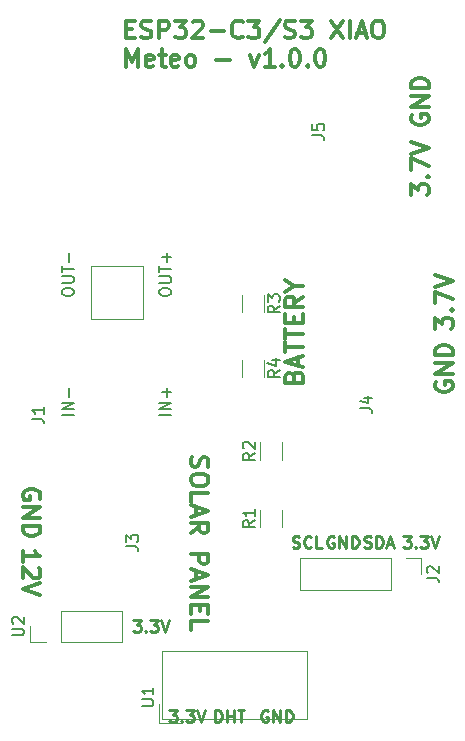
<source format=gbr>
%TF.GenerationSoftware,KiCad,Pcbnew,(6.0.6-0)*%
%TF.CreationDate,2025-06-22T16:04:58+02:00*%
%TF.ProjectId,meteo,6d657465-6f2e-46b6-9963-61645f706362,rev?*%
%TF.SameCoordinates,Original*%
%TF.FileFunction,Legend,Top*%
%TF.FilePolarity,Positive*%
%FSLAX46Y46*%
G04 Gerber Fmt 4.6, Leading zero omitted, Abs format (unit mm)*
G04 Created by KiCad (PCBNEW (6.0.6-0)) date 2025-06-22 16:04:58*
%MOMM*%
%LPD*%
G01*
G04 APERTURE LIST*
%ADD10C,0.300000*%
%ADD11C,0.250000*%
%ADD12C,0.150000*%
%ADD13C,0.120000*%
G04 APERTURE END LIST*
D10*
X227850000Y-40512857D02*
X227778571Y-40655714D01*
X227778571Y-40870000D01*
X227850000Y-41084285D01*
X227992857Y-41227142D01*
X228135714Y-41298571D01*
X228421428Y-41370000D01*
X228635714Y-41370000D01*
X228921428Y-41298571D01*
X229064285Y-41227142D01*
X229207142Y-41084285D01*
X229278571Y-40870000D01*
X229278571Y-40727142D01*
X229207142Y-40512857D01*
X229135714Y-40441428D01*
X228635714Y-40441428D01*
X228635714Y-40727142D01*
X229278571Y-39798571D02*
X227778571Y-39798571D01*
X229278571Y-38941428D01*
X227778571Y-38941428D01*
X229278571Y-38227142D02*
X227778571Y-38227142D01*
X227778571Y-37870000D01*
X227850000Y-37655714D01*
X227992857Y-37512857D01*
X228135714Y-37441428D01*
X228421428Y-37370000D01*
X228635714Y-37370000D01*
X228921428Y-37441428D01*
X229064285Y-37512857D01*
X229207142Y-37655714D01*
X229278571Y-37870000D01*
X229278571Y-38227142D01*
X227778571Y-47299285D02*
X227778571Y-46370714D01*
X228350000Y-46870714D01*
X228350000Y-46656428D01*
X228421428Y-46513571D01*
X228492857Y-46442142D01*
X228635714Y-46370714D01*
X228992857Y-46370714D01*
X229135714Y-46442142D01*
X229207142Y-46513571D01*
X229278571Y-46656428D01*
X229278571Y-47085000D01*
X229207142Y-47227857D01*
X229135714Y-47299285D01*
X229135714Y-45727857D02*
X229207142Y-45656428D01*
X229278571Y-45727857D01*
X229207142Y-45799285D01*
X229135714Y-45727857D01*
X229278571Y-45727857D01*
X227778571Y-45156428D02*
X227778571Y-44156428D01*
X229278571Y-44799285D01*
X227778571Y-43799285D02*
X229278571Y-43299285D01*
X227778571Y-42799285D01*
X217824857Y-62678000D02*
X217896285Y-62463714D01*
X217967714Y-62392285D01*
X218110571Y-62320857D01*
X218324857Y-62320857D01*
X218467714Y-62392285D01*
X218539142Y-62463714D01*
X218610571Y-62606571D01*
X218610571Y-63178000D01*
X217110571Y-63178000D01*
X217110571Y-62678000D01*
X217182000Y-62535142D01*
X217253428Y-62463714D01*
X217396285Y-62392285D01*
X217539142Y-62392285D01*
X217682000Y-62463714D01*
X217753428Y-62535142D01*
X217824857Y-62678000D01*
X217824857Y-63178000D01*
X218182000Y-61749428D02*
X218182000Y-61035142D01*
X218610571Y-61892285D02*
X217110571Y-61392285D01*
X218610571Y-60892285D01*
X217110571Y-60606571D02*
X217110571Y-59749428D01*
X218610571Y-60178000D02*
X217110571Y-60178000D01*
X217110571Y-59463714D02*
X217110571Y-58606571D01*
X218610571Y-59035142D02*
X217110571Y-59035142D01*
X217824857Y-58106571D02*
X217824857Y-57606571D01*
X218610571Y-57392285D02*
X218610571Y-58106571D01*
X217110571Y-58106571D01*
X217110571Y-57392285D01*
X218610571Y-55892285D02*
X217896285Y-56392285D01*
X218610571Y-56749428D02*
X217110571Y-56749428D01*
X217110571Y-56178000D01*
X217182000Y-56035142D01*
X217253428Y-55963714D01*
X217396285Y-55892285D01*
X217610571Y-55892285D01*
X217753428Y-55963714D01*
X217824857Y-56035142D01*
X217896285Y-56178000D01*
X217896285Y-56749428D01*
X217896285Y-54963714D02*
X218610571Y-54963714D01*
X217110571Y-55463714D02*
X217896285Y-54963714D01*
X217110571Y-54463714D01*
D11*
X204263809Y-83272380D02*
X204882857Y-83272380D01*
X204549523Y-83653333D01*
X204692380Y-83653333D01*
X204787619Y-83700952D01*
X204835238Y-83748571D01*
X204882857Y-83843809D01*
X204882857Y-84081904D01*
X204835238Y-84177142D01*
X204787619Y-84224761D01*
X204692380Y-84272380D01*
X204406666Y-84272380D01*
X204311428Y-84224761D01*
X204263809Y-84177142D01*
X205311428Y-84177142D02*
X205359047Y-84224761D01*
X205311428Y-84272380D01*
X205263809Y-84224761D01*
X205311428Y-84177142D01*
X205311428Y-84272380D01*
X205692380Y-83272380D02*
X206311428Y-83272380D01*
X205978095Y-83653333D01*
X206120952Y-83653333D01*
X206216190Y-83700952D01*
X206263809Y-83748571D01*
X206311428Y-83843809D01*
X206311428Y-84081904D01*
X206263809Y-84177142D01*
X206216190Y-84224761D01*
X206120952Y-84272380D01*
X205835238Y-84272380D01*
X205740000Y-84224761D01*
X205692380Y-84177142D01*
X206597142Y-83272380D02*
X206930476Y-84272380D01*
X207263809Y-83272380D01*
D10*
X229810571Y-58602285D02*
X229810571Y-57673714D01*
X230382000Y-58173714D01*
X230382000Y-57959428D01*
X230453428Y-57816571D01*
X230524857Y-57745142D01*
X230667714Y-57673714D01*
X231024857Y-57673714D01*
X231167714Y-57745142D01*
X231239142Y-57816571D01*
X231310571Y-57959428D01*
X231310571Y-58388000D01*
X231239142Y-58530857D01*
X231167714Y-58602285D01*
X231167714Y-57030857D02*
X231239142Y-56959428D01*
X231310571Y-57030857D01*
X231239142Y-57102285D01*
X231167714Y-57030857D01*
X231310571Y-57030857D01*
X229810571Y-56459428D02*
X229810571Y-55459428D01*
X231310571Y-56102285D01*
X229810571Y-55102285D02*
X231310571Y-54602285D01*
X229810571Y-54102285D01*
D11*
X211177333Y-91892380D02*
X211177333Y-90892380D01*
X211415428Y-90892380D01*
X211558285Y-90940000D01*
X211653523Y-91035238D01*
X211701142Y-91130476D01*
X211748761Y-91320952D01*
X211748761Y-91463809D01*
X211701142Y-91654285D01*
X211653523Y-91749523D01*
X211558285Y-91844761D01*
X211415428Y-91892380D01*
X211177333Y-91892380D01*
X212177333Y-91892380D02*
X212177333Y-90892380D01*
X212177333Y-91368571D02*
X212748761Y-91368571D01*
X212748761Y-91892380D02*
X212748761Y-90892380D01*
X213082095Y-90892380D02*
X213653523Y-90892380D01*
X213367809Y-91892380D02*
X213367809Y-90892380D01*
X215646095Y-90940000D02*
X215550857Y-90892380D01*
X215408000Y-90892380D01*
X215265142Y-90940000D01*
X215169904Y-91035238D01*
X215122285Y-91130476D01*
X215074666Y-91320952D01*
X215074666Y-91463809D01*
X215122285Y-91654285D01*
X215169904Y-91749523D01*
X215265142Y-91844761D01*
X215408000Y-91892380D01*
X215503238Y-91892380D01*
X215646095Y-91844761D01*
X215693714Y-91797142D01*
X215693714Y-91463809D01*
X215503238Y-91463809D01*
X216122285Y-91892380D02*
X216122285Y-90892380D01*
X216693714Y-91892380D01*
X216693714Y-90892380D01*
X217169904Y-91892380D02*
X217169904Y-90892380D01*
X217408000Y-90892380D01*
X217550857Y-90940000D01*
X217646095Y-91035238D01*
X217693714Y-91130476D01*
X217741333Y-91320952D01*
X217741333Y-91463809D01*
X217693714Y-91654285D01*
X217646095Y-91749523D01*
X217550857Y-91844761D01*
X217408000Y-91892380D01*
X217169904Y-91892380D01*
X221234095Y-76208000D02*
X221138857Y-76160380D01*
X220996000Y-76160380D01*
X220853142Y-76208000D01*
X220757904Y-76303238D01*
X220710285Y-76398476D01*
X220662666Y-76588952D01*
X220662666Y-76731809D01*
X220710285Y-76922285D01*
X220757904Y-77017523D01*
X220853142Y-77112761D01*
X220996000Y-77160380D01*
X221091238Y-77160380D01*
X221234095Y-77112761D01*
X221281714Y-77065142D01*
X221281714Y-76731809D01*
X221091238Y-76731809D01*
X221710285Y-77160380D02*
X221710285Y-76160380D01*
X222281714Y-77160380D01*
X222281714Y-76160380D01*
X222757904Y-77160380D02*
X222757904Y-76160380D01*
X222996000Y-76160380D01*
X223138857Y-76208000D01*
X223234095Y-76303238D01*
X223281714Y-76398476D01*
X223329333Y-76588952D01*
X223329333Y-76731809D01*
X223281714Y-76922285D01*
X223234095Y-77017523D01*
X223138857Y-77112761D01*
X222996000Y-77160380D01*
X222757904Y-77160380D01*
X223829714Y-77112761D02*
X223972571Y-77160380D01*
X224210666Y-77160380D01*
X224305904Y-77112761D01*
X224353523Y-77065142D01*
X224401142Y-76969904D01*
X224401142Y-76874666D01*
X224353523Y-76779428D01*
X224305904Y-76731809D01*
X224210666Y-76684190D01*
X224020190Y-76636571D01*
X223924952Y-76588952D01*
X223877333Y-76541333D01*
X223829714Y-76446095D01*
X223829714Y-76350857D01*
X223877333Y-76255619D01*
X223924952Y-76208000D01*
X224020190Y-76160380D01*
X224258285Y-76160380D01*
X224401142Y-76208000D01*
X224829714Y-77160380D02*
X224829714Y-76160380D01*
X225067809Y-76160380D01*
X225210666Y-76208000D01*
X225305904Y-76303238D01*
X225353523Y-76398476D01*
X225401142Y-76588952D01*
X225401142Y-76731809D01*
X225353523Y-76922285D01*
X225305904Y-77017523D01*
X225210666Y-77112761D01*
X225067809Y-77160380D01*
X224829714Y-77160380D01*
X225782095Y-76874666D02*
X226258285Y-76874666D01*
X225686857Y-77160380D02*
X226020190Y-76160380D01*
X226353523Y-77160380D01*
X207311809Y-90892380D02*
X207930857Y-90892380D01*
X207597523Y-91273333D01*
X207740380Y-91273333D01*
X207835619Y-91320952D01*
X207883238Y-91368571D01*
X207930857Y-91463809D01*
X207930857Y-91701904D01*
X207883238Y-91797142D01*
X207835619Y-91844761D01*
X207740380Y-91892380D01*
X207454666Y-91892380D01*
X207359428Y-91844761D01*
X207311809Y-91797142D01*
X208359428Y-91797142D02*
X208407047Y-91844761D01*
X208359428Y-91892380D01*
X208311809Y-91844761D01*
X208359428Y-91797142D01*
X208359428Y-91892380D01*
X208740380Y-90892380D02*
X209359428Y-90892380D01*
X209026095Y-91273333D01*
X209168952Y-91273333D01*
X209264190Y-91320952D01*
X209311809Y-91368571D01*
X209359428Y-91463809D01*
X209359428Y-91701904D01*
X209311809Y-91797142D01*
X209264190Y-91844761D01*
X209168952Y-91892380D01*
X208883238Y-91892380D01*
X208788000Y-91844761D01*
X208740380Y-91797142D01*
X209645142Y-90892380D02*
X209978476Y-91892380D01*
X210311809Y-90892380D01*
D10*
X196330000Y-73025142D02*
X196401428Y-72882285D01*
X196401428Y-72668000D01*
X196330000Y-72453714D01*
X196187142Y-72310857D01*
X196044285Y-72239428D01*
X195758571Y-72168000D01*
X195544285Y-72168000D01*
X195258571Y-72239428D01*
X195115714Y-72310857D01*
X194972857Y-72453714D01*
X194901428Y-72668000D01*
X194901428Y-72810857D01*
X194972857Y-73025142D01*
X195044285Y-73096571D01*
X195544285Y-73096571D01*
X195544285Y-72810857D01*
X194901428Y-73739428D02*
X196401428Y-73739428D01*
X194901428Y-74596571D01*
X196401428Y-74596571D01*
X194901428Y-75310857D02*
X196401428Y-75310857D01*
X196401428Y-75668000D01*
X196330000Y-75882285D01*
X196187142Y-76025142D01*
X196044285Y-76096571D01*
X195758571Y-76168000D01*
X195544285Y-76168000D01*
X195258571Y-76096571D01*
X195115714Y-76025142D01*
X194972857Y-75882285D01*
X194901428Y-75668000D01*
X194901428Y-75310857D01*
D11*
X227123809Y-76160380D02*
X227742857Y-76160380D01*
X227409523Y-76541333D01*
X227552380Y-76541333D01*
X227647619Y-76588952D01*
X227695238Y-76636571D01*
X227742857Y-76731809D01*
X227742857Y-76969904D01*
X227695238Y-77065142D01*
X227647619Y-77112761D01*
X227552380Y-77160380D01*
X227266666Y-77160380D01*
X227171428Y-77112761D01*
X227123809Y-77065142D01*
X228171428Y-77065142D02*
X228219047Y-77112761D01*
X228171428Y-77160380D01*
X228123809Y-77112761D01*
X228171428Y-77065142D01*
X228171428Y-77160380D01*
X228552380Y-76160380D02*
X229171428Y-76160380D01*
X228838095Y-76541333D01*
X228980952Y-76541333D01*
X229076190Y-76588952D01*
X229123809Y-76636571D01*
X229171428Y-76731809D01*
X229171428Y-76969904D01*
X229123809Y-77065142D01*
X229076190Y-77112761D01*
X228980952Y-77160380D01*
X228695238Y-77160380D01*
X228600000Y-77112761D01*
X228552380Y-77065142D01*
X229457142Y-76160380D02*
X229790476Y-77160380D01*
X230123809Y-76160380D01*
D10*
X209196857Y-69458000D02*
X209125428Y-69672285D01*
X209125428Y-70029428D01*
X209196857Y-70172285D01*
X209268285Y-70243714D01*
X209411142Y-70315142D01*
X209554000Y-70315142D01*
X209696857Y-70243714D01*
X209768285Y-70172285D01*
X209839714Y-70029428D01*
X209911142Y-69743714D01*
X209982571Y-69600857D01*
X210054000Y-69529428D01*
X210196857Y-69458000D01*
X210339714Y-69458000D01*
X210482571Y-69529428D01*
X210554000Y-69600857D01*
X210625428Y-69743714D01*
X210625428Y-70100857D01*
X210554000Y-70315142D01*
X210625428Y-71243714D02*
X210625428Y-71529428D01*
X210554000Y-71672285D01*
X210411142Y-71815142D01*
X210125428Y-71886571D01*
X209625428Y-71886571D01*
X209339714Y-71815142D01*
X209196857Y-71672285D01*
X209125428Y-71529428D01*
X209125428Y-71243714D01*
X209196857Y-71100857D01*
X209339714Y-70958000D01*
X209625428Y-70886571D01*
X210125428Y-70886571D01*
X210411142Y-70958000D01*
X210554000Y-71100857D01*
X210625428Y-71243714D01*
X209125428Y-73243714D02*
X209125428Y-72529428D01*
X210625428Y-72529428D01*
X209554000Y-73672285D02*
X209554000Y-74386571D01*
X209125428Y-73529428D02*
X210625428Y-74029428D01*
X209125428Y-74529428D01*
X209125428Y-75886571D02*
X209839714Y-75386571D01*
X209125428Y-75029428D02*
X210625428Y-75029428D01*
X210625428Y-75600857D01*
X210554000Y-75743714D01*
X210482571Y-75815142D01*
X210339714Y-75886571D01*
X210125428Y-75886571D01*
X209982571Y-75815142D01*
X209911142Y-75743714D01*
X209839714Y-75600857D01*
X209839714Y-75029428D01*
X209125428Y-77672285D02*
X210625428Y-77672285D01*
X210625428Y-78243714D01*
X210554000Y-78386571D01*
X210482571Y-78458000D01*
X210339714Y-78529428D01*
X210125428Y-78529428D01*
X209982571Y-78458000D01*
X209911142Y-78386571D01*
X209839714Y-78243714D01*
X209839714Y-77672285D01*
X209554000Y-79100857D02*
X209554000Y-79815142D01*
X209125428Y-78958000D02*
X210625428Y-79458000D01*
X209125428Y-79958000D01*
X209125428Y-80458000D02*
X210625428Y-80458000D01*
X209125428Y-81315142D01*
X210625428Y-81315142D01*
X209911142Y-82029428D02*
X209911142Y-82529428D01*
X209125428Y-82743714D02*
X209125428Y-82029428D01*
X210625428Y-82029428D01*
X210625428Y-82743714D01*
X209125428Y-84100857D02*
X209125428Y-83386571D01*
X210625428Y-83386571D01*
X194901428Y-78319428D02*
X194901428Y-77462285D01*
X194901428Y-77890857D02*
X196401428Y-77890857D01*
X196187142Y-77748000D01*
X196044285Y-77605142D01*
X195972857Y-77462285D01*
X196258571Y-78890857D02*
X196330000Y-78962285D01*
X196401428Y-79105142D01*
X196401428Y-79462285D01*
X196330000Y-79605142D01*
X196258571Y-79676571D01*
X196115714Y-79748000D01*
X195972857Y-79748000D01*
X195758571Y-79676571D01*
X194901428Y-78819428D01*
X194901428Y-79748000D01*
X196401428Y-80176571D02*
X194901428Y-80676571D01*
X196401428Y-81176571D01*
X229882000Y-63118857D02*
X229810571Y-63261714D01*
X229810571Y-63476000D01*
X229882000Y-63690285D01*
X230024857Y-63833142D01*
X230167714Y-63904571D01*
X230453428Y-63976000D01*
X230667714Y-63976000D01*
X230953428Y-63904571D01*
X231096285Y-63833142D01*
X231239142Y-63690285D01*
X231310571Y-63476000D01*
X231310571Y-63333142D01*
X231239142Y-63118857D01*
X231167714Y-63047428D01*
X230667714Y-63047428D01*
X230667714Y-63333142D01*
X231310571Y-62404571D02*
X229810571Y-62404571D01*
X231310571Y-61547428D01*
X229810571Y-61547428D01*
X231310571Y-60833142D02*
X229810571Y-60833142D01*
X229810571Y-60476000D01*
X229882000Y-60261714D01*
X230024857Y-60118857D01*
X230167714Y-60047428D01*
X230453428Y-59976000D01*
X230667714Y-59976000D01*
X230953428Y-60047428D01*
X231096285Y-60118857D01*
X231239142Y-60261714D01*
X231310571Y-60476000D01*
X231310571Y-60833142D01*
X203653142Y-33229357D02*
X204153142Y-33229357D01*
X204367428Y-34015071D02*
X203653142Y-34015071D01*
X203653142Y-32515071D01*
X204367428Y-32515071D01*
X204938857Y-33943642D02*
X205153142Y-34015071D01*
X205510285Y-34015071D01*
X205653142Y-33943642D01*
X205724571Y-33872214D01*
X205796000Y-33729357D01*
X205796000Y-33586500D01*
X205724571Y-33443642D01*
X205653142Y-33372214D01*
X205510285Y-33300785D01*
X205224571Y-33229357D01*
X205081714Y-33157928D01*
X205010285Y-33086500D01*
X204938857Y-32943642D01*
X204938857Y-32800785D01*
X205010285Y-32657928D01*
X205081714Y-32586500D01*
X205224571Y-32515071D01*
X205581714Y-32515071D01*
X205796000Y-32586500D01*
X206438857Y-34015071D02*
X206438857Y-32515071D01*
X207010285Y-32515071D01*
X207153142Y-32586500D01*
X207224571Y-32657928D01*
X207296000Y-32800785D01*
X207296000Y-33015071D01*
X207224571Y-33157928D01*
X207153142Y-33229357D01*
X207010285Y-33300785D01*
X206438857Y-33300785D01*
X207796000Y-32515071D02*
X208724571Y-32515071D01*
X208224571Y-33086500D01*
X208438857Y-33086500D01*
X208581714Y-33157928D01*
X208653142Y-33229357D01*
X208724571Y-33372214D01*
X208724571Y-33729357D01*
X208653142Y-33872214D01*
X208581714Y-33943642D01*
X208438857Y-34015071D01*
X208010285Y-34015071D01*
X207867428Y-33943642D01*
X207796000Y-33872214D01*
X209296000Y-32657928D02*
X209367428Y-32586500D01*
X209510285Y-32515071D01*
X209867428Y-32515071D01*
X210010285Y-32586500D01*
X210081714Y-32657928D01*
X210153142Y-32800785D01*
X210153142Y-32943642D01*
X210081714Y-33157928D01*
X209224571Y-34015071D01*
X210153142Y-34015071D01*
X210796000Y-33443642D02*
X211938857Y-33443642D01*
X213510285Y-33872214D02*
X213438857Y-33943642D01*
X213224571Y-34015071D01*
X213081714Y-34015071D01*
X212867428Y-33943642D01*
X212724571Y-33800785D01*
X212653142Y-33657928D01*
X212581714Y-33372214D01*
X212581714Y-33157928D01*
X212653142Y-32872214D01*
X212724571Y-32729357D01*
X212867428Y-32586500D01*
X213081714Y-32515071D01*
X213224571Y-32515071D01*
X213438857Y-32586500D01*
X213510285Y-32657928D01*
X214010285Y-32515071D02*
X214938857Y-32515071D01*
X214438857Y-33086500D01*
X214653142Y-33086500D01*
X214796000Y-33157928D01*
X214867428Y-33229357D01*
X214938857Y-33372214D01*
X214938857Y-33729357D01*
X214867428Y-33872214D01*
X214796000Y-33943642D01*
X214653142Y-34015071D01*
X214224571Y-34015071D01*
X214081714Y-33943642D01*
X214010285Y-33872214D01*
X216653142Y-32443642D02*
X215367428Y-34372214D01*
X217081714Y-33943642D02*
X217296000Y-34015071D01*
X217653142Y-34015071D01*
X217796000Y-33943642D01*
X217867428Y-33872214D01*
X217938857Y-33729357D01*
X217938857Y-33586500D01*
X217867428Y-33443642D01*
X217796000Y-33372214D01*
X217653142Y-33300785D01*
X217367428Y-33229357D01*
X217224571Y-33157928D01*
X217153142Y-33086500D01*
X217081714Y-32943642D01*
X217081714Y-32800785D01*
X217153142Y-32657928D01*
X217224571Y-32586500D01*
X217367428Y-32515071D01*
X217724571Y-32515071D01*
X217938857Y-32586500D01*
X218438857Y-32515071D02*
X219367428Y-32515071D01*
X218867428Y-33086500D01*
X219081714Y-33086500D01*
X219224571Y-33157928D01*
X219296000Y-33229357D01*
X219367428Y-33372214D01*
X219367428Y-33729357D01*
X219296000Y-33872214D01*
X219224571Y-33943642D01*
X219081714Y-34015071D01*
X218653142Y-34015071D01*
X218510285Y-33943642D01*
X218438857Y-33872214D01*
X221010285Y-32515071D02*
X222010285Y-34015071D01*
X222010285Y-32515071D02*
X221010285Y-34015071D01*
X222581714Y-34015071D02*
X222581714Y-32515071D01*
X223224571Y-33586500D02*
X223938857Y-33586500D01*
X223081714Y-34015071D02*
X223581714Y-32515071D01*
X224081714Y-34015071D01*
X224867428Y-32515071D02*
X225153142Y-32515071D01*
X225296000Y-32586500D01*
X225438857Y-32729357D01*
X225510285Y-33015071D01*
X225510285Y-33515071D01*
X225438857Y-33800785D01*
X225296000Y-33943642D01*
X225153142Y-34015071D01*
X224867428Y-34015071D01*
X224724571Y-33943642D01*
X224581714Y-33800785D01*
X224510285Y-33515071D01*
X224510285Y-33015071D01*
X224581714Y-32729357D01*
X224724571Y-32586500D01*
X224867428Y-32515071D01*
X203653142Y-36430071D02*
X203653142Y-34930071D01*
X204153142Y-36001500D01*
X204653142Y-34930071D01*
X204653142Y-36430071D01*
X205938857Y-36358642D02*
X205796000Y-36430071D01*
X205510285Y-36430071D01*
X205367428Y-36358642D01*
X205296000Y-36215785D01*
X205296000Y-35644357D01*
X205367428Y-35501500D01*
X205510285Y-35430071D01*
X205796000Y-35430071D01*
X205938857Y-35501500D01*
X206010285Y-35644357D01*
X206010285Y-35787214D01*
X205296000Y-35930071D01*
X206438857Y-35430071D02*
X207010285Y-35430071D01*
X206653142Y-34930071D02*
X206653142Y-36215785D01*
X206724571Y-36358642D01*
X206867428Y-36430071D01*
X207010285Y-36430071D01*
X208081714Y-36358642D02*
X207938857Y-36430071D01*
X207653142Y-36430071D01*
X207510285Y-36358642D01*
X207438857Y-36215785D01*
X207438857Y-35644357D01*
X207510285Y-35501500D01*
X207653142Y-35430071D01*
X207938857Y-35430071D01*
X208081714Y-35501500D01*
X208153142Y-35644357D01*
X208153142Y-35787214D01*
X207438857Y-35930071D01*
X209010285Y-36430071D02*
X208867428Y-36358642D01*
X208796000Y-36287214D01*
X208724571Y-36144357D01*
X208724571Y-35715785D01*
X208796000Y-35572928D01*
X208867428Y-35501500D01*
X209010285Y-35430071D01*
X209224571Y-35430071D01*
X209367428Y-35501500D01*
X209438857Y-35572928D01*
X209510285Y-35715785D01*
X209510285Y-36144357D01*
X209438857Y-36287214D01*
X209367428Y-36358642D01*
X209224571Y-36430071D01*
X209010285Y-36430071D01*
X211296000Y-35858642D02*
X212438857Y-35858642D01*
X214153142Y-35430071D02*
X214510285Y-36430071D01*
X214867428Y-35430071D01*
X216224571Y-36430071D02*
X215367428Y-36430071D01*
X215796000Y-36430071D02*
X215796000Y-34930071D01*
X215653142Y-35144357D01*
X215510285Y-35287214D01*
X215367428Y-35358642D01*
X216867428Y-36287214D02*
X216938857Y-36358642D01*
X216867428Y-36430071D01*
X216796000Y-36358642D01*
X216867428Y-36287214D01*
X216867428Y-36430071D01*
X217867428Y-34930071D02*
X218010285Y-34930071D01*
X218153142Y-35001500D01*
X218224571Y-35072928D01*
X218296000Y-35215785D01*
X218367428Y-35501500D01*
X218367428Y-35858642D01*
X218296000Y-36144357D01*
X218224571Y-36287214D01*
X218153142Y-36358642D01*
X218010285Y-36430071D01*
X217867428Y-36430071D01*
X217724571Y-36358642D01*
X217653142Y-36287214D01*
X217581714Y-36144357D01*
X217510285Y-35858642D01*
X217510285Y-35501500D01*
X217581714Y-35215785D01*
X217653142Y-35072928D01*
X217724571Y-35001500D01*
X217867428Y-34930071D01*
X219010285Y-36287214D02*
X219081714Y-36358642D01*
X219010285Y-36430071D01*
X218938857Y-36358642D01*
X219010285Y-36287214D01*
X219010285Y-36430071D01*
X220010285Y-34930071D02*
X220153142Y-34930071D01*
X220296000Y-35001500D01*
X220367428Y-35072928D01*
X220438857Y-35215785D01*
X220510285Y-35501500D01*
X220510285Y-35858642D01*
X220438857Y-36144357D01*
X220367428Y-36287214D01*
X220296000Y-36358642D01*
X220153142Y-36430071D01*
X220010285Y-36430071D01*
X219867428Y-36358642D01*
X219796000Y-36287214D01*
X219724571Y-36144357D01*
X219653142Y-35858642D01*
X219653142Y-35501500D01*
X219724571Y-35215785D01*
X219796000Y-35072928D01*
X219867428Y-35001500D01*
X220010285Y-34930071D01*
D11*
X217757523Y-77112761D02*
X217900380Y-77160380D01*
X218138476Y-77160380D01*
X218233714Y-77112761D01*
X218281333Y-77065142D01*
X218328952Y-76969904D01*
X218328952Y-76874666D01*
X218281333Y-76779428D01*
X218233714Y-76731809D01*
X218138476Y-76684190D01*
X217948000Y-76636571D01*
X217852761Y-76588952D01*
X217805142Y-76541333D01*
X217757523Y-76446095D01*
X217757523Y-76350857D01*
X217805142Y-76255619D01*
X217852761Y-76208000D01*
X217948000Y-76160380D01*
X218186095Y-76160380D01*
X218328952Y-76208000D01*
X219328952Y-77065142D02*
X219281333Y-77112761D01*
X219138476Y-77160380D01*
X219043238Y-77160380D01*
X218900380Y-77112761D01*
X218805142Y-77017523D01*
X218757523Y-76922285D01*
X218709904Y-76731809D01*
X218709904Y-76588952D01*
X218757523Y-76398476D01*
X218805142Y-76303238D01*
X218900380Y-76208000D01*
X219043238Y-76160380D01*
X219138476Y-76160380D01*
X219281333Y-76208000D01*
X219328952Y-76255619D01*
X220233714Y-77160380D02*
X219757523Y-77160380D01*
X219757523Y-76160380D01*
D12*
%TO.C,R1*%
X214532380Y-74842666D02*
X214056190Y-75176000D01*
X214532380Y-75414095D02*
X213532380Y-75414095D01*
X213532380Y-75033142D01*
X213580000Y-74937904D01*
X213627619Y-74890285D01*
X213722857Y-74842666D01*
X213865714Y-74842666D01*
X213960952Y-74890285D01*
X214008571Y-74937904D01*
X214056190Y-75033142D01*
X214056190Y-75414095D01*
X214532380Y-73890285D02*
X214532380Y-74461714D01*
X214532380Y-74176000D02*
X213532380Y-74176000D01*
X213675238Y-74271238D01*
X213770476Y-74366476D01*
X213818095Y-74461714D01*
%TO.C,J3*%
X203668380Y-77041333D02*
X204382666Y-77041333D01*
X204525523Y-77088952D01*
X204620761Y-77184190D01*
X204668380Y-77327047D01*
X204668380Y-77422285D01*
X203668380Y-76660380D02*
X203668380Y-76041333D01*
X204049333Y-76374666D01*
X204049333Y-76231809D01*
X204096952Y-76136571D01*
X204144571Y-76088952D01*
X204239809Y-76041333D01*
X204477904Y-76041333D01*
X204573142Y-76088952D01*
X204620761Y-76136571D01*
X204668380Y-76231809D01*
X204668380Y-76517523D01*
X204620761Y-76612761D01*
X204573142Y-76660380D01*
%TO.C,R3*%
X216648380Y-56655666D02*
X216172190Y-56989000D01*
X216648380Y-57227095D02*
X215648380Y-57227095D01*
X215648380Y-56846142D01*
X215696000Y-56750904D01*
X215743619Y-56703285D01*
X215838857Y-56655666D01*
X215981714Y-56655666D01*
X216076952Y-56703285D01*
X216124571Y-56750904D01*
X216172190Y-56846142D01*
X216172190Y-57227095D01*
X215648380Y-56322333D02*
X215648380Y-55703285D01*
X216029333Y-56036619D01*
X216029333Y-55893761D01*
X216076952Y-55798523D01*
X216124571Y-55750904D01*
X216219809Y-55703285D01*
X216457904Y-55703285D01*
X216553142Y-55750904D01*
X216600761Y-55798523D01*
X216648380Y-55893761D01*
X216648380Y-56179476D01*
X216600761Y-56274714D01*
X216553142Y-56322333D01*
%TO.C,J4*%
X223480380Y-65357333D02*
X224194666Y-65357333D01*
X224337523Y-65404952D01*
X224432761Y-65500190D01*
X224480380Y-65643047D01*
X224480380Y-65738285D01*
X223813714Y-64452571D02*
X224480380Y-64452571D01*
X223432761Y-64690666D02*
X224147047Y-64928761D01*
X224147047Y-64309714D01*
%TO.C,R2*%
X214532380Y-69127666D02*
X214056190Y-69461000D01*
X214532380Y-69699095D02*
X213532380Y-69699095D01*
X213532380Y-69318142D01*
X213580000Y-69222904D01*
X213627619Y-69175285D01*
X213722857Y-69127666D01*
X213865714Y-69127666D01*
X213960952Y-69175285D01*
X214008571Y-69222904D01*
X214056190Y-69318142D01*
X214056190Y-69699095D01*
X213627619Y-68746714D02*
X213580000Y-68699095D01*
X213532380Y-68603857D01*
X213532380Y-68365761D01*
X213580000Y-68270523D01*
X213627619Y-68222904D01*
X213722857Y-68175285D01*
X213818095Y-68175285D01*
X213960952Y-68222904D01*
X214532380Y-68794333D01*
X214532380Y-68175285D01*
%TO.C,J1*%
X195667380Y-66246333D02*
X196381666Y-66246333D01*
X196524523Y-66293952D01*
X196619761Y-66389190D01*
X196667380Y-66532047D01*
X196667380Y-66627285D01*
X196667380Y-65246333D02*
X196667380Y-65817761D01*
X196667380Y-65532047D02*
X195667380Y-65532047D01*
X195810238Y-65627285D01*
X195905476Y-65722523D01*
X195953095Y-65817761D01*
X199207380Y-65912857D02*
X198207380Y-65912857D01*
X199207380Y-65436666D02*
X198207380Y-65436666D01*
X199207380Y-64865238D01*
X198207380Y-64865238D01*
X198826428Y-64389047D02*
X198826428Y-63627142D01*
X206462380Y-55594047D02*
X206462380Y-55403571D01*
X206510000Y-55308333D01*
X206605238Y-55213095D01*
X206795714Y-55165476D01*
X207129047Y-55165476D01*
X207319523Y-55213095D01*
X207414761Y-55308333D01*
X207462380Y-55403571D01*
X207462380Y-55594047D01*
X207414761Y-55689285D01*
X207319523Y-55784523D01*
X207129047Y-55832142D01*
X206795714Y-55832142D01*
X206605238Y-55784523D01*
X206510000Y-55689285D01*
X206462380Y-55594047D01*
X206462380Y-54736904D02*
X207271904Y-54736904D01*
X207367142Y-54689285D01*
X207414761Y-54641666D01*
X207462380Y-54546428D01*
X207462380Y-54355952D01*
X207414761Y-54260714D01*
X207367142Y-54213095D01*
X207271904Y-54165476D01*
X206462380Y-54165476D01*
X206462380Y-53832142D02*
X206462380Y-53260714D01*
X207462380Y-53546428D02*
X206462380Y-53546428D01*
X207081428Y-52927380D02*
X207081428Y-52165476D01*
X207462380Y-52546428D02*
X206700476Y-52546428D01*
X207462380Y-65912857D02*
X206462380Y-65912857D01*
X207462380Y-65436666D02*
X206462380Y-65436666D01*
X207462380Y-64865238D01*
X206462380Y-64865238D01*
X207081428Y-64389047D02*
X207081428Y-63627142D01*
X207462380Y-64008095D02*
X206700476Y-64008095D01*
X198207380Y-55594047D02*
X198207380Y-55403571D01*
X198255000Y-55308333D01*
X198350238Y-55213095D01*
X198540714Y-55165476D01*
X198874047Y-55165476D01*
X199064523Y-55213095D01*
X199159761Y-55308333D01*
X199207380Y-55403571D01*
X199207380Y-55594047D01*
X199159761Y-55689285D01*
X199064523Y-55784523D01*
X198874047Y-55832142D01*
X198540714Y-55832142D01*
X198350238Y-55784523D01*
X198255000Y-55689285D01*
X198207380Y-55594047D01*
X198207380Y-54736904D02*
X199016904Y-54736904D01*
X199112142Y-54689285D01*
X199159761Y-54641666D01*
X199207380Y-54546428D01*
X199207380Y-54355952D01*
X199159761Y-54260714D01*
X199112142Y-54213095D01*
X199016904Y-54165476D01*
X198207380Y-54165476D01*
X198207380Y-53832142D02*
X198207380Y-53260714D01*
X199207380Y-53546428D02*
X198207380Y-53546428D01*
X198826428Y-52927380D02*
X198826428Y-52165476D01*
%TO.C,J5*%
X219416380Y-42243333D02*
X220130666Y-42243333D01*
X220273523Y-42290952D01*
X220368761Y-42386190D01*
X220416380Y-42529047D01*
X220416380Y-42624285D01*
X219416380Y-41290952D02*
X219416380Y-41767142D01*
X219892571Y-41814761D01*
X219844952Y-41767142D01*
X219797333Y-41671904D01*
X219797333Y-41433809D01*
X219844952Y-41338571D01*
X219892571Y-41290952D01*
X219987809Y-41243333D01*
X220225904Y-41243333D01*
X220321142Y-41290952D01*
X220368761Y-41338571D01*
X220416380Y-41433809D01*
X220416380Y-41671904D01*
X220368761Y-41767142D01*
X220321142Y-41814761D01*
%TO.C,U1*%
X204964880Y-90564404D02*
X205774404Y-90564404D01*
X205869642Y-90516785D01*
X205917261Y-90469166D01*
X205964880Y-90373928D01*
X205964880Y-90183452D01*
X205917261Y-90088214D01*
X205869642Y-90040595D01*
X205774404Y-89992976D01*
X204964880Y-89992976D01*
X205964880Y-88992976D02*
X205964880Y-89564404D01*
X205964880Y-89278690D02*
X204964880Y-89278690D01*
X205107738Y-89373928D01*
X205202976Y-89469166D01*
X205250595Y-89564404D01*
%TO.C,J2*%
X229112380Y-79708333D02*
X229826666Y-79708333D01*
X229969523Y-79755952D01*
X230064761Y-79851190D01*
X230112380Y-79994047D01*
X230112380Y-80089285D01*
X229207619Y-79279761D02*
X229160000Y-79232142D01*
X229112380Y-79136904D01*
X229112380Y-78898809D01*
X229160000Y-78803571D01*
X229207619Y-78755952D01*
X229302857Y-78708333D01*
X229398095Y-78708333D01*
X229540952Y-78755952D01*
X230112380Y-79327380D01*
X230112380Y-78708333D01*
%TO.C,R4*%
X216648380Y-62116666D02*
X216172190Y-62450000D01*
X216648380Y-62688095D02*
X215648380Y-62688095D01*
X215648380Y-62307142D01*
X215696000Y-62211904D01*
X215743619Y-62164285D01*
X215838857Y-62116666D01*
X215981714Y-62116666D01*
X216076952Y-62164285D01*
X216124571Y-62211904D01*
X216172190Y-62307142D01*
X216172190Y-62688095D01*
X215981714Y-61259523D02*
X216648380Y-61259523D01*
X215600761Y-61497619D02*
X216315047Y-61735714D01*
X216315047Y-61116666D01*
%TO.C,U2*%
X193987380Y-84581904D02*
X194796904Y-84581904D01*
X194892142Y-84534285D01*
X194939761Y-84486666D01*
X194987380Y-84391428D01*
X194987380Y-84200952D01*
X194939761Y-84105714D01*
X194892142Y-84058095D01*
X194796904Y-84010476D01*
X193987380Y-84010476D01*
X194082619Y-83581904D02*
X194035000Y-83534285D01*
X193987380Y-83439047D01*
X193987380Y-83200952D01*
X194035000Y-83105714D01*
X194082619Y-83058095D01*
X194177857Y-83010476D01*
X194273095Y-83010476D01*
X194415952Y-83058095D01*
X194987380Y-83629523D01*
X194987380Y-83010476D01*
D13*
%TO.C,R1*%
X216810000Y-75403064D02*
X216810000Y-73948936D01*
X214990000Y-75403064D02*
X214990000Y-73948936D01*
%TO.C,R3*%
X213466000Y-55761936D02*
X213466000Y-57216064D01*
X215286000Y-55761936D02*
X215286000Y-57216064D01*
%TO.C,R2*%
X214990000Y-69688064D02*
X214990000Y-68233936D01*
X216810000Y-69688064D02*
X216810000Y-68233936D01*
%TO.C,J1*%
X200660000Y-57785000D02*
X205105000Y-57785000D01*
X205105000Y-57785000D02*
X205105000Y-53340000D01*
X205105000Y-53340000D02*
X200660000Y-53340000D01*
X200660000Y-53340000D02*
X200660000Y-57785000D01*
%TO.C,U1*%
X218952500Y-91682500D02*
X206702500Y-91682500D01*
X206412500Y-91962500D02*
X206412500Y-90352500D01*
X206412500Y-91962500D02*
X208412500Y-91962500D01*
X206692500Y-85922500D02*
X218952500Y-85922500D01*
X218952500Y-85922500D02*
X218952500Y-91682500D01*
X206692500Y-91672500D02*
X206692500Y-85932500D01*
%TO.C,J2*%
X227330000Y-78045000D02*
X228660000Y-78045000D01*
X226060000Y-80705000D02*
X218380000Y-80705000D01*
X228660000Y-78045000D02*
X228660000Y-79375000D01*
X218380000Y-78045000D02*
X218380000Y-80705000D01*
X226060000Y-78045000D02*
X226060000Y-80705000D01*
X226060000Y-78045000D02*
X218380000Y-78045000D01*
%TO.C,R4*%
X215286000Y-61222936D02*
X215286000Y-62677064D01*
X213466000Y-61222936D02*
X213466000Y-62677064D01*
%TO.C,U2*%
X196865000Y-85150000D02*
X195535000Y-85150000D01*
X198135000Y-85150000D02*
X198135000Y-82490000D01*
X195535000Y-85150000D02*
X195535000Y-83820000D01*
X203275000Y-85150000D02*
X203275000Y-82490000D01*
X198135000Y-85150000D02*
X203275000Y-85150000D01*
X198135000Y-82490000D02*
X203275000Y-82490000D01*
%TD*%
M02*

</source>
